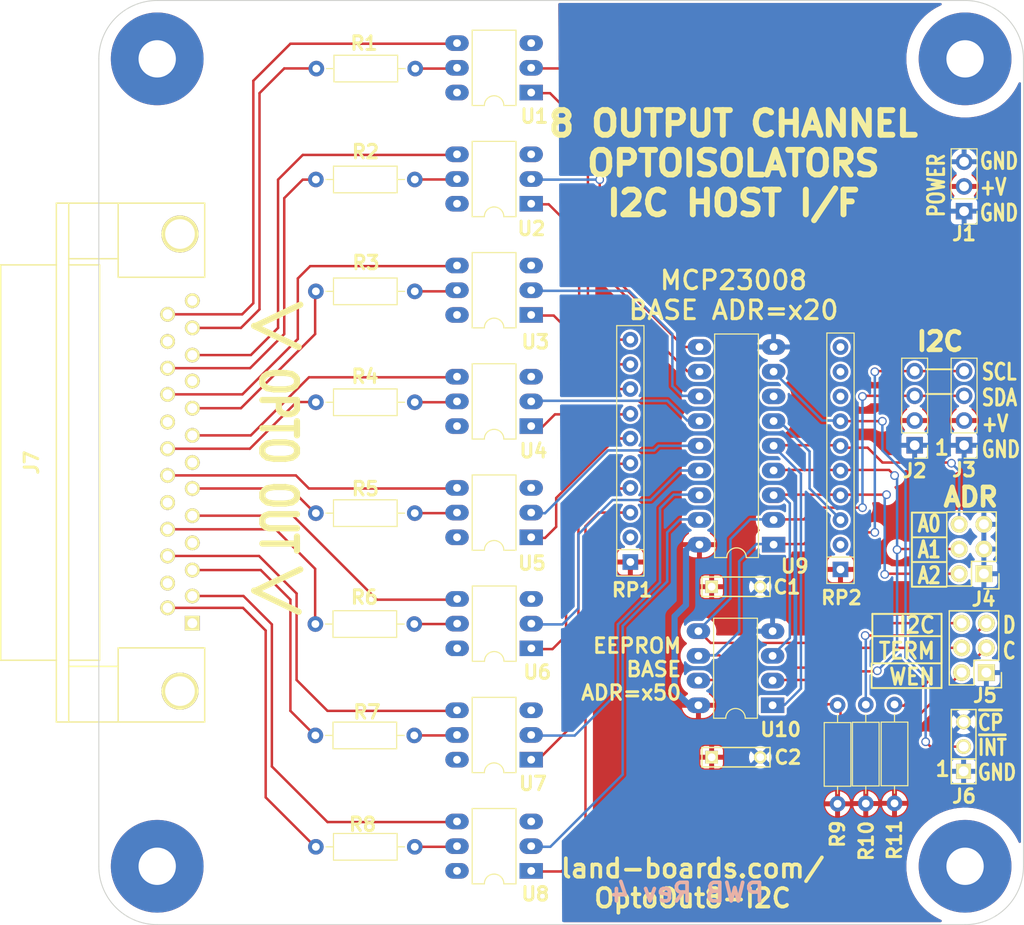
<source format=kicad_pcb>
(kicad_pcb (version 20211014) (generator pcbnew)
  (title_block (title "8-Channel Opto-Isolated Output I2C") (rev "X1") (company "land-boards.com"))
  (layers (0 "F.Cu" signal) (31 "B.Cu" signal) (36 "B.SilkS" user "B.Silkscreen") (37 "F.SilkS" user "F.Silkscreen") (38 "B.Mask" user) (39 "F.Mask" user) (44 "Edge.Cuts" user))
  (net 0 "")
  (net 1 "/A0")
  (net 2 "/A1")
  (net 3 "/A2")
  (net 4 "/SCL")
  (net 5 "/SDA")
  (net 6 "/VCC")
  (net 7 "GND")
  (net 8 "Net-(R1-Pad1)")
  (net 9 "Net-(R2-Pad1)")
  (net 10 "Net-(R3-Pad1)")
  (net 11 "Net-(R4-Pad1)")
  (net 12 "Net-(R5-Pad1)")
  (net 13 "Net-(R6-Pad1)")
  (net 14 "Net-(R7-Pad1)")
  (net 15 "Net-(R8-Pad1)")
  (net 16 "Net-(RP1-Pad3)")
  (net 17 "Net-(RP1-Pad4)")
  (net 18 "Net-(RP1-Pad5)")
  (net 19 "Net-(RP1-Pad6)")
  (net 20 "Net-(RP1-Pad7)")
  (net 21 "Net-(RP1-Pad8)")
  (net 22 "Net-(RP1-Pad9)")
  (net 23 "Net-(RP1-Pad10)")
  (net 24 "Net-(RP2-Pad3)")
  (net 25 "Net-(RP2-Pad7)")
  (net 26 "Net-(U1-Pad2)")
  (net 27 "Net-(U2-Pad2)")
  (net 28 "Net-(U3-Pad2)")
  (net 29 "Net-(U4-Pad2)")
  (net 30 "Net-(U5-Pad2)")
  (net 31 "Net-(U6-Pad2)")
  (net 32 "Net-(U7-Pad2)")
  (net 33 "Net-(U8-Pad2)")
  (net 34 "Net-(J5-Pad3)")
  (net 35 "Net-(J7-Pad2)")
  (net 36 "Net-(J7-Pad3)")
  (net 37 "Net-(J7-Pad5)")
  (net 38 "Net-(J7-Pad6)")
  (net 39 "Net-(J7-Pad8)")
  (net 40 "Net-(J7-Pad9)")
  (net 41 "Net-(J7-Pad11)")
  (net 42 "Net-(J7-Pad14)")
  (net 43 "Net-(J7-Pad16)")
  (net 44 "Net-(J7-Pad17)")
  (net 45 "Net-(J7-Pad19)")
  (net 46 "Net-(J7-Pad20)")
  (net 47 "Net-(J7-Pad22)")
  (net 48 "Net-(J7-Pad23)")
  (net 49 "Net-(J7-Pad25)")
  (net 50 "Net-(J5-Pad2)")
  (net 51 "Net-(J5-Pad5)")
  (net 56 "Net-(J7-Pad12)")
  (footprint "Resistor_THT:R_Axial_DIN0207_L6.3mm_D2.5mm_P10.16mm_Horizontal" (layer "F.Cu") (at 62.51 27 180)
    (fp_text reference "R1")
    (fp_text value "4.7K")
  )
  (footprint "Resistor_THT:R_Axial_DIN0207_L6.3mm_D2.5mm_P10.16mm_Horizontal" (layer "F.Cu") (at 62.46 38.4 180)
    (fp_text reference "R2")
    (fp_text value "4.7K")
  )
  (footprint "Resistor_THT:R_Axial_DIN0207_L6.3mm_D2.5mm_P10.16mm_Horizontal" (layer "F.Cu") (at 62.46 49.9 180)
    (fp_text reference "R3")
    (fp_text value "4.7K")
  )
  (footprint "Resistor_THT:R_Axial_DIN0207_L6.3mm_D2.5mm_P10.16mm_Horizontal" (layer "F.Cu") (at 62.46 61.3 180)
    (fp_text reference "R4")
    (fp_text value "4.7K")
  )
  (footprint "Resistor_THT:R_Axial_DIN0207_L6.3mm_D2.5mm_P10.16mm_Horizontal" (layer "F.Cu") (at 62.46 72.7 180)
    (fp_text reference "R5")
    (fp_text value "4.7K")
  )
  (footprint "Resistor_THT:R_Axial_DIN0207_L6.3mm_D2.5mm_P10.16mm_Horizontal" (layer "F.Cu") (at 62.41 84.1 180)
    (fp_text reference "R6")
    (fp_text value "4.7K")
  )
  (footprint "Resistor_THT:R_Axial_DIN0207_L6.3mm_D2.5mm_P10.16mm_Horizontal" (layer "F.Cu") (at 62.46 107 180)
    (fp_text reference "R8")
    (fp_text value "4.7K")
  )
  (footprint "Resistor_THT:R_Axial_DIN0207_L6.3mm_D2.5mm_P10.16mm_Horizontal" (layer "F.Cu") (at 62.41 95.55 180)
    (fp_text reference "R7")
    (fp_text value "4.7K")
  )
  (footprint "Package_DIP:DIP-6_W7.62mm_LongPads" (layer "F.Cu") (at 74.422 109.474 180)
    (fp_text reference "U8")
    (fp_text value "4N25")
  )
  (footprint "Package_DIP:DIP-6_W7.62mm_LongPads" (layer "F.Cu") (at 74.422 29.464 180)
    (fp_text reference "U1")
    (fp_text value "4N25")
  )
  (footprint "Package_DIP:DIP-6_W7.62mm_LongPads" (layer "F.Cu") (at 74.422 40.894 180)
    (fp_text reference "U2")
    (fp_text value "4N25")
  )
  (footprint "Package_DIP:DIP-6_W7.62mm_LongPads" (layer "F.Cu") (at 74.422 52.324 180)
    (fp_text reference "U3")
    (fp_text value "4N25")
  )
  (footprint "Package_DIP:DIP-6_W7.62mm_LongPads" (layer "F.Cu") (at 74.422 63.754 180)
    (fp_text reference "U4")
    (fp_text value "4N25")
  )
  (footprint "Package_DIP:DIP-6_W7.62mm_LongPads" (layer "F.Cu") (at 74.422 75.184 180)
    (fp_text reference "U5")
    (fp_text value "4N25")
  )
  (footprint "Package_DIP:DIP-6_W7.62mm_LongPads" (layer "F.Cu") (at 74.437 86.599 180)
    (fp_text reference "U6")
    (fp_text value "4N25")
  )
  (footprint "Package_DIP:DIP-6_W7.62mm_LongPads" (layer "F.Cu") (at 74.422 98.044 180)
    (fp_text reference "U7")
    (fp_text value "4N25")
  )
  (footprint "LandBoards_Conns:DB25FC" (layer "F.Cu") (at 38.3375 67.5 90)
    (fp_text reference "J7")
    (fp_text value "DB25-F")
  )
  (footprint "MTG-6-32" (layer "F.Cu") (at 36 26 180)
    (fp_text reference "MTG4" hide)
    (fp_text value "MTG_HOLE" hide)
  )
  (footprint "MTG-6-32" (layer "F.Cu") (at 119 26 180)
    (fp_text reference "MTG3" hide)
    (fp_text value "MTG_HOLE" hide)
  )
  (footprint "MTG-6-32" (layer "F.Cu") (at 36 109 180)
    (fp_text reference "MTG2" hide)
    (fp_text value "MTG_HOLE" hide)
  )
  (footprint "MTG-6-32" (layer "F.Cu") (at 119 109 180)
    (fp_text reference "MTG1" hide)
    (fp_text value "MTG_HOLE" hide)
  )
  (footprint "Connector_PinHeader_2.54mm:PinHeader_1x04_P2.54mm_Vertical" (layer "F.Cu") (at 118.9 65.72 180)
    (fp_text reference "J3")
    (fp_text value "HEADER, STRT, 1X4")
  )
  (footprint "Resistor_THT:R_Array_SIP10" (layer "F.Cu") (at 84.61 77.724 90)
    (fp_text reference "RP1")
    (fp_text value "330")
  )
  (footprint "Resistor_THT:R_Array_SIP10" (layer "F.Cu") (at 106.2 78.486 90)
    (fp_text reference "RP2")
    (fp_text value "4.7K")
  )
  (footprint "Connector_PinHeader_2.54mm:PinHeader_1x04_P2.54mm_Vertical" (layer "F.Cu") (at 113.82 65.72 180)
    (fp_text reference "J2")
    (fp_text value "HEADER, STRT, 1X4")
  )
  (footprint "Connector_PinHeader_2.54mm:PinHeader_1x03_P2.54mm_Vertical" (layer "F.Cu") (at 118.9 41.656 180)
    (fp_text reference "J1")
    (fp_text value "HEADER, STRT, 1X3")
  )
  (footprint "PIN_ARRAY_3X1" (layer "F.Cu") (at 118.850004 96.70001 90)
    (fp_text reference "J6")
    (fp_text value "CONN_3" hide)
  )
  (footprint "Resistor_THT:R_Axial_DIN0207_L6.3mm_D2.5mm_P10.16mm_Horizontal" (layer "F.Cu") (at 108.8 92.39 -90)
    (fp_text reference "R10")
    (fp_text value "2.2K")
  )
  (footprint "Resistor_THT:R_Axial_DIN0207_L6.3mm_D2.5mm_P10.16mm_Horizontal" (layer "F.Cu") (at 111.75 92.37 -90)
    (fp_text reference "R11")
    (fp_text value "2.2K")
  )
  (footprint "Resistor_THT:R_Axial_DIN0207_L6.3mm_D2.5mm_P10.16mm_Horizontal" (layer "F.Cu") (at 105.9 92.42 -90)
    (fp_text reference "R9")
    (fp_text value "1K")
  )
  (footprint "Pin_Headers:Pin_Header_Straight_2x03" (layer "F.Cu") (at 120.931991 78.928011 180)
    (fp_text reference "J4")
    (fp_text value "HEADER, STRT, 2X3" hide)
  )
  (footprint "Pin_Headers:Pin_Header_Straight_2x03" (layer "F.Cu") (at 121.185991 89.088011 180)
    (fp_text reference "J5")
    (fp_text value "HEADER, STRT, 2X3" hide)
  )
  (footprint "Capacitors_ThroughHole:C_Rect_L7_W2_P5" (layer "F.Cu") (at 92.964 80.264)
    (fp_text reference "C1")
    (fp_text value "C" hide)
  )
  (footprint "Capacitors_ThroughHole:C_Rect_L7_W2_P5" (layer "F.Cu") (at 92.964 97.79)
    (fp_text reference "C2")
    (fp_text value "C" hide)
  )
  (footprint "Package_DIP:DIP-18_W7.62mm_LongPads" (layer "F.Cu") (at 99.329 75.936 180)
    (fp_text reference "U9")
    (fp_text value "MCP23008P")
  )
  (footprint "Package_DIP:DIP-8_W7.62mm_LongPads" (layer "F.Cu") (at 99.225 92.45 180)
    (fp_text reference "U10")
    (fp_text value "24C01")
  )
  (gr_line (start 115.824 57.912) (end 115.062 57.912) (layer "F.SilkS") (width 0.2))
  (gr_line (start 113.538 72.644) (end 113.538 80.01) (layer "F.SilkS") (width 0.2))
  (gr_line (start 116.332 83.058) (end 116.586 83.058) (layer "F.SilkS") (width 0.2))
  (gr_line (start 116.586 85.344) (end 116.586 88.138) (layer "F.SilkS") (width 0.2))
  (gr_line (start 109.4 88.15) (end 109.4 90.678) (layer "F.SilkS") (width 0.2))
  (gr_line (start 109.728 88.138) (end 109.474 88.138) (layer "F.SilkS") (width 0.2))
  (gr_line (start 116.586 90.678) (end 112.776 90.678) (layer "F.SilkS") (width 0.2))
  (gr_line (start 113.538 75.184) (end 117.094 75.184) (layer "F.SilkS") (width 0.2))
  (gr_line (start 112.776 90.678) (end 109.5 90.678) (layer "F.SilkS") (width 0.2))
  (gr_line (start 116.586 83.058) (end 116.586 90.424) (layer "F.SilkS") (width 0.2))
  (gr_line (start 109.474 85.344) (end 116.586 85.344) (layer "F.SilkS") (width 0.2))
  (gr_line (start 116.586 88.138) (end 109.728 88.138) (layer "F.SilkS") (width 0.2))
  (gr_line (start 109.474 83.058) (end 109.474 85.344) (layer "F.SilkS") (width 0.2))
  (gr_line (start 109.474 88.138) (end 109.474 85.344) (layer "F.SilkS") (width 0.2))
  (gr_line (start 113.538 80.264) (end 117.094 80.264) (layer "F.SilkS") (width 0.2))
  (gr_line (start 117.094 72.644) (end 113.538 72.644) (layer "F.SilkS") (width 0.2))
  (gr_line (start 113.538 80.01) (end 113.538 80.264) (layer "F.SilkS") (width 0.2))
  (gr_line (start 115.57 57.912) (end 117.602 57.912) (layer "F.SilkS") (width 0.2))
  (gr_line (start 113.538 77.724) (end 117.094 77.724) (layer "F.SilkS") (width 0.2))
  (gr_line (start 116.586 90.424) (end 116.586 90.678) (layer "F.SilkS") (width 0.2))
  (gr_line (start 116.586 83.058) (end 109.474 83.058) (layer "F.SilkS") (width 0.2))
  (gr_line (start 115.062 60.452) (end 117.602 60.452) (layer "F.SilkS") (width 0.2))
  (gr_line (start 30 109) (end 30 26) (layer "Edge.Cuts") (width 0.1))
  (gr_line (start 119 115) (end 36 115) (layer "Edge.Cuts") (width 0.1))
  (gr_arc (start 119 20) (mid 123.242641 21.757359) (end 125 26) (layer "Edge.Cuts") (width 0.1))
  (gr_arc (start 30 26) (mid 31.757359 21.757359) (end 36 20) (layer "Edge.Cuts") (width 0.1))
  (gr_line (start 36 20) (end 119 20) (layer "Edge.Cuts") (width 0.1))
  (gr_arc (start 36 115) (mid 31.757359 113.242641) (end 30 109) (layer "Edge.Cuts") (width 0.1))
  (gr_line (start 125 26) (end 125 109) (layer "Edge.Cuts") (width 0.1))
  (gr_arc (start 125 109) (mid 123.242641 113.242641) (end 119 115) (layer "Edge.Cuts") (width 0.1))
  (gr_text "PWB Rev 4" (at 98.579991 111.694011) (layer "B.SilkS") (effects (font (size 1.905 1.905) (thickness 0.381)) (justify left mirror)))
  (gr_text "ADR" (at 116.55 71.05) (layer "F.SilkS") (effects (font (size 1.905 1.905) (thickness 0.47625)) (justify left)))
  (gr_text "SCL\nSDA\n+V\nGND" (at 120.551 62.164) (layer "F.SilkS") (effects (font (size 1.651 1.27) (thickness 0.3)) (justify left)))
  (gr_text "8 OUTPUT CHANNEL\nOPTOISOLATORS\nI2C HOST I/F" (at 95.2 36.75) (layer "F.SilkS") (effects (font (size 2.54 2.54) (thickness 0.6096))))
  (gr_text "D\nC" (at 122.71 85.532) (layer "F.SilkS") (effects (font (size 1.651 1.27) (thickness 0.3)) (justify left)))
  (gr_text "1" (at 116.7 99) (layer "F.SilkS") (effects (font (size 1.5 1.5) (thickness 0.3))))
  (gr_text "POWER" (at 116.05 39 90) (layer "F.SilkS") (effects (font (size 1.651 1.27) (thickness 0.3))))
  (gr_text "1" (at 116.614 65.974) (layer "F.SilkS") (effects (font (size 1.5 1.5) (thickness 0.3))))
  (gr_text "A0\nA1\nA2" (at 115.316 76.454) (layer "F.SilkS") (effects (font (size 1.651 1.27) (thickness 0.3175))))
  (gr_text "MCP23008\nBASE ADR=x20" (at 95.214491 50.3) (layer "F.SilkS") (effects (font (size 1.905 1.905) (thickness 0.32385))))
  (gr_text "GND\n+V\nGND" (at 120.3605 39.177) (layer "F.SilkS") (effects (font (size 1.651 1.27) (thickness 0.3)) (justify left)))
  (gr_text "land-boards.com/\nOptoOut8-I2C" (at 91 110.75) (layer "F.SilkS") (effects (font (size 1.905 1.905) (thickness 0.381))))
  (gr_text "I2C" (at 116.423491 55.052011) (layer "F.SilkS") (effects (font (size 1.905 1.905) (thickness 0.47625))))
  (gr_text "I2C\nTERM\nWEN" (at 116.078 86.868) (layer "F.SilkS") (effects (font (size 1.651 1.5) (thickness 0.3)) (justify right)))
  (gr_text "EEPROM\nBASE\nADR=x50" (at 90 88.75) (layer "F.SilkS") (effects (font (size 1.5 1.5) (thickness 0.3)) (justify right)))
  (gr_text "\\/ OPTO OUT \\/" (at 48.415 83.5 270) (layer "F.SilkS") (effects (font (size 3.556 2.54) (thickness 0.635)) (justify right)))
  (gr_text "~{CP}\n~{INT}\nGND" (at 120.15 96.8) (layer "F.SilkS") (effects (font (size 1.5875 1.27) (thickness 0.3)) (justify left)))
  (segment (start 110.518 67.498) (end 108.994 65.974) (width 0.254) (layer "F.Cu") (net 1))
  (segment (start 108.994 65.974) (end 106.454 65.974) (width 0.254) (layer "F.Cu") (net 1))
  (segment (start 117.602 67.564) (end 117.536 67.498) (width 0.254) (layer "F.Cu") (net 1))
  (segment (start 110.518 67.498) (end 117.536 67.498) (width 0.254) (layer "F.Cu") (net 1))
  (segment (start 99.215 65.72) (end 106.2 65.72) (width 0.254) (layer "F.Cu") (net 1))
  (via (at 117.602 67.564) (size 0.889) (drill 0.635) (layers "F.Cu" "B.Cu") (net 1))
  (segment (start 100.485 92.39) (end 102.136 90.739) (width 0.254) (layer "B.Cu") (net 1))
  (segment (start 102.136 90.739) (end 102.136 68.641) (width 0.254) (layer "B.Cu") (net 1))
  (segment (start 102.136 68.641) (end 99.215 65.72) (width 0.254) (layer "B.Cu") (net 1))
  (segment (start 118.392 68.354) (end 117.602 67.564) (width 0.254) (layer "B.Cu") (net 1))
  (segment (start 118.392 73.848) (end 118.392 68.354) (width 0.254) (layer "B.Cu") (net 1))
  (segment (start 99.215 92.39) (end 100.485 92.39) (width 0.254) (layer "B.Cu") (net 1))
  (segment (start 104.676 89.85) (end 105.565 88.961) (width 0.254) (layer "F.Cu") (net 2))
  (segment (start 109.921 88.961) (end 109.982 88.9) (width 0.254) (layer "F.Cu") (net 2))
  (segment (start 111.186 68.26) (end 111.76 68.834) (width 0.254) (layer "F.Cu") (net 2))
  (segment (start 112.08 76.388) (end 112.014 76.454) (width 0.254) (layer "F.Cu") (net 2))
  (segment (start 99.215 68.26) (end 106.2 68.26) (width 0.254) (layer "F.Cu") (net 2))
  (segment (start 105.565 88.961) (end 109.921 88.961) (width 0.254) (layer "F.Cu") (net 2))
  (segment (start 118.392 76.388) (end 112.08 76.388) (width 0.254) (layer "F.Cu") (net 2))
  (segment (start 106.2 68.26) (end 111.186 68.26) (width 0.254) (layer "F.Cu") (net 2))
  (segment (start 99.215 89.85) (end 104.676 89.85) (width 0.254) (layer "F.Cu") (net 2))
  (via (at 112.014 76.454) (size 0.889) (drill 0.635) (layers "F.Cu" "B.Cu") (net 2))
  (via (at 109.982 88.9) (size 0.889) (drill 0.635) (layers "F.Cu" "B.Cu") (net 2))
  (via (at 111.76 68.834) (size 0.889) (drill 0.635) (layers "F.Cu" "B.Cu") (net 2))
  (segment (start 111.76 68.834) (end 112.014 69.088) (width 0.254) (layer "B.Cu") (net 2))
  (segment (start 112.014 69.088) (end 112.014 76.454) (width 0.254) (layer "B.Cu") (net 2))
  (segment (start 112.014 86.868) (end 109.982 88.9) (width 0.254) (layer "B.Cu") (net 2))
  (segment (start 112.014 76.454) (end 112.014 86.868) (width 0.254) (layer "B.Cu") (net 2))
  (segment (start 110.744 78.994) (end 110.81 78.928) (width 0.254) (layer "F.Cu") (net 3))
  (segment (start 110.81 78.928) (end 118.392 78.928) (width 0.254) (layer "F.Cu") (net 3))
  (segment (start 99.215 70.8) (end 106.2 70.8) (width 0.254) (layer "F.Cu") (net 3))
  (segment (start 106.2 70.8) (end 110.932 70.8) (width 0.254) (layer "F.Cu") (net 3))
  (via (at 110.744 78.994) (size 0.889) (drill 0.635) (layers "F.Cu" "B.Cu") (net 3))
  (via (at 110.932 70.8) (size 0.889) (drill 0.635) (layers "F.Cu" "B.Cu") (net 3))
  (segment (start 100.104 70.8) (end 100.993 71.689) (width 0.254) (layer "B.Cu") (net 3))
  (segment (start 100.993 71.689) (end 100.993 85.532) (width 0.254) (layer "B.Cu") (net 3))
  (segment (start 100.993 85.532) (end 99.215 87.31) (width 0.254) (layer "B.Cu") (net 3))
  (segment (start 110.932 70.8) (end 110.744 70.988) (width 0.254) (layer "B.Cu") (net 3))
  (segment (start 110.744 70.988) (end 110.744 78.994) (width 0.254) (layer "B.Cu") (net 3))
  (segment (start 95.024 88.58) (end 93.754 87.31) (width 0.254) (layer "F.Cu") (net 4))
  (segment (start 93.754 87.31) (end 91.595 87.31) (width 0.254) (layer "F.Cu") (net 4))
  (segment (start 103.406 88.58) (end 105.438 86.548) (width 0.254) (layer "F.Cu") (net 4))
  (segment (start 109.728 58.166) (end 109.794 58.1) (width 0.254) (layer "F.Cu") (net 4))
  (segment (start 109.794 58.1) (end 113.82 58.1) (width 0.254) (layer "F.Cu") (net 4))
  (segment (start 102.428 75.88) (end 103.632 74.676) (width 0.254) (layer "F.Cu") (net 4))
  (segment (start 103.632 74.676) (end 109.728 74.676) (width 0.254) (layer "F.Cu") (net 4))
  (segment (start 113.82 58.1) (end 118.9 58.1) (width 0.254) (layer "F.Cu") (net 4))
  (segment (start 105.438 86.548) (end 118.646 86.548) (width 0.254) (layer "F.Cu") (net 4))
  (segment (start 99.215 75.88) (end 102.428 75.88) (width 0.254) (layer "F.Cu") (net 4))
  (segment (start 95.024 88.58) (end 103.406 88.58) (width 0.254) (layer "F.Cu") (net 4))
  (via (at 109.728 74.676) (size 0.889) (drill 0.635) (layers "F.Cu" "B.Cu") (net 4))
  (via (at 109.728 58.166) (size 0.889) (drill 0.635) (layers "F.Cu" "B.Cu") (net 4))
  (segment (start 93.373 87.31) (end 95.786 84.897) (width 0.254) (layer "B.Cu") (net 4))
  (segment (start 95.786 84.897) (end 95.786 77.658) (width 0.254) (layer "B.Cu") (net 4))
  (segment (start 95.786 77.658) (end 97.564 75.88) (width 0.254) (layer "B.Cu") (net 4))
  (segment (start 97.564 75.88) (end 99.215 75.88) (width 0.254) (layer "B.Cu") (net 4))
  (segment (start 109.728 74.676) (end 109.728 58.166) (width 0.254) (layer "B.Cu") (net 4))
  (segment (start 91.595 87.31) (end 93.373 87.31) (width 0.254) (layer "B.Cu") (net 4))
  (segment (start 105.057 84.008) (end 103.025 86.04) (width 0.254) (layer "F.Cu") (net 5))
  (segment (start 103.025 86.04) (end 92.865 86.04) (width 0.254) (layer "F.Cu") (net 5))
  (segment (start 92.865 86.04) (end 91.595 84.77) (width 0.254) (layer "F.Cu") (net 5))
  (segment (start 108.458 60.706) (end 108.524 60.64) (width 0.254) (layer "F.Cu") (net 5))
  (segment (start 108.524 60.64) (end 113.82 60.64) (width 0.254) (layer "F.Cu") (net 5))
  (segment (start 102.428 73.34) (end 103.632 72.136) (width 0.254) (layer "F.Cu") (net 5))
  (segment (start 103.632 72.136) (end 108.458 72.136) (width 0.254) (layer "F.Cu") (net 5))
  (segment (start 118.646 84.008) (end 105.057 84.008) (width 0.254) (layer "F.Cu") (net 5))
  (segment (start 99.215 73.34) (end 102.428 73.34) (width 0.254) (layer "F.Cu") (net 5))
  (segment (start 113.82 60.64) (end 118.9 60.64) (width 0.254) (layer "F.Cu") (net 5))
  (via (at 108.458 72.136) (size 0.889) (drill 0.635) (layers "F.Cu" "B.Cu") (net 5))
  (via (at 108.458 60.706) (size 0.889) (drill 0.635) (layers "F.Cu" "B.Cu") (net 5))
  (segment (start 94.897 81.468) (end 94.897 75.372) (width 0.254) (layer "B.Cu") (net 5))
  (segment (start 94.897 75.372) (end 96.929 73.34) (width 0.254) (layer "B.Cu") (net 5))
  (segment (start 96.929 73.34) (end 99.215 73.34) (width 0.254) (layer "B.Cu") (net 5))
  (segment (start 108.458 72.136) (end 108.458 60.706) (width 0.254) (layer "B.Cu") (net 5))
  (segment (start 91.595 84.77) (end 94.897 81.468) (width 0.254) (layer "B.Cu") (net 5))
  (segment (start 90.96 75.88) (end 90.325 76.515) (width 0.254) (layer "B.Cu") (net 6))
  (segment (start 90.325 76.515) (end 90.325 78.42) (width 0.254) (layer "B.Cu") (net 6))
  (segment (start 90.96 75.88) (end 90.325 76.515) (width 0.635) (layer "B.Cu") (net 6))
  (segment (start 90.325 76.515) (end 90.325 78.42) (width 0.635) (layer "B.Cu") (net 6))
  (segment (start 90.325 82.141) (end 89.154 83.312) (width 0.635) (layer "B.Cu") (net 6))
  (segment (start 89.154 90.932) (end 90.612 92.39) (width 0.635) (layer "B.Cu") (net 6))
  (segment (start 90.612 92.39) (end 91.595 92.39) (width 0.635) (layer "B.Cu") (net 6))
  (segment (start 89.154 83.312) (end 89.154 90.932) (width 0.635) (layer "B.Cu") (net 6))
  (segment (start 90.325 78.42) (end 90.325 82.141) (width 0.635) (layer "B.Cu") (net 6))
  (segment (start 62.51 27) (end 66.726 27) (width 0.254) (layer "F.Cu") (net 8))
  (segment (start 62.46 38.4) (end 66.756 38.4) (width 0.254) (layer "F.Cu") (net 9))
  (segment (start 62.46 49.9) (end 66.686 49.9) (width 0.254) (layer "F.Cu") (net 10))
  (segment (start 62.46 61.3) (end 66.716 61.3) (width 0.254) (layer "F.Cu") (net 11))
  (segment (start 62.46 72.7) (end 66.746 72.7) (width 0.254) (layer "F.Cu") (net 12))
  (segment (start 62.41 84.1) (end 66.776 84.1) (width 0.254) (layer "F.Cu") (net 13))
  (segment (start 62.41 95.55) (end 66.756 95.55) (width 0.254) (layer "F.Cu") (net 14))
  (segment (start 62.46 107) (end 66.736 107) (width 0.254) (layer "F.Cu") (net 15))
  (segment (start 80 74.05) (end 80 107.07) (width 0.254) (layer "F.Cu") (net 16))
  (segment (start 80 107.07) (end 77.535 109.535) (width 0.254) (layer "F.Cu") (net 16))
  (segment (start 81.406 72.644) (end 80 74.05) (width 0.254) (layer "F.Cu") (net 16))
  (segment (start 84.61 72.644) (end 81.406 72.644) (width 0.254) (layer "F.Cu") (net 16))
  (segment (start 77.535 109.535) (end 74.45 109.535) (width 0.254) (layer "F.Cu") (net 16))
  (segment (start 75.085 98.105) (end 79.276 93.914) (width 0.254) (layer "F.Cu") (net 17))
  (segment (start 79.276 73.467) (end 82.578 70.165) (width 0.254) (layer "F.Cu") (net 17))
  (segment (start 82.578 70.165) (end 84.61 70.165) (width 0.254) (layer "F.Cu") (net 17))
  (segment (start 79.276 93.914) (end 79.276 73.467) (width 0.254) (layer "F.Cu") (net 17))
  (segment (start 76.609 86.675) (end 78.006 85.278) (width 0.254) (layer "F.Cu") (net 18))
  (segment (start 78.006 72.324) (end 82.705 67.625) (width 0.254) (layer "F.Cu") (net 18))
  (segment (start 82.705 67.625) (end 84.61 67.625) (width 0.254) (layer "F.Cu") (net 18))
  (segment (start 74.45 86.675) (end 76.609 86.675) (width 0.254) (layer "F.Cu") (net 18))
  (segment (start 78.006 85.278) (end 78.006 72.324) (width 0.254) (layer "F.Cu") (net 18))
  (segment (start 75.847 75.245) (end 76.99 74.102) (width 0.254) (layer "F.Cu") (net 19))
  (segment (start 84.61 65.024) (end 83.106 65.024) (width 0.254) (layer "F.Cu") (net 19))
  (segment (start 76.99 74.102) (end 76.99 71.14) (width 0.254) (layer "F.Cu") (net 19))
  (segment (start 74.45 75.245) (end 75.847 75.245) (width 0.254) (layer "F.Cu") (net 19))
  (segment (start 83.106 65.024) (end 76.99 71.14) (width 0.254) (layer "F.Cu") (net 19))
  (segment (start 75.593 63.815) (end 76.863 62.545) (width 0.254) (layer "F.Cu") (net 20))
  (segment (start 76.863 62.545) (end 84.61 62.545) (width 0.254) (layer "F.Cu") (net 20))
  (segment (start 74.45 63.815) (end 75.593 63.815) (width 0.254) (layer "F.Cu") (net 20))
  (segment (start 76.736 52.385) (end 74.45 52.385) (width 0.254) (layer "F.Cu") (net 21))
  (segment (start 78.0505 53.6995) (end 76.736 52.385) (width 0.254) (layer "F.Cu") (net 21))
  (segment (start 84.61 59.944) (end 81.044 59.944) (width 0.254) (layer "F.Cu") (net 21))
  (segment (start 78.0505 56.9505) (end 78.0505 53.6995) (width 0.254) (layer "F.Cu") (net 21))
  (segment (start 81.044 59.944) (end 78.0505 56.9505) (width 0.254) (layer "F.Cu") (net 21))
  (segment (start 84.61 57.404) (end 80.304 57.404) (width 0.254) (layer "F.Cu") (net 22))
  (segment (start 80.304 57.404) (end 79.35 56.45) (width 0.254) (layer "F.Cu") (net 22))
  (segment (start 79.35 44.077) (end 76.228 40.955) (width 0.254) (layer "F.Cu") (net 22))
  (segment (start 79.35 56.45) (end 79.35 44.077) (width 0.254) (layer "F.Cu") (net 22))
  (segment (start 74.45 40.955) (end 76.228 40.955) (width 0.254) (layer "F.Cu") (net 22))
  (segment (start 76.355 29.525) (end 80.25 33.42) (width 0.254) (layer "F.Cu") (net 23))
  (segment (start 80.25 53.6) (end 80.25 33.42) (width 0.254) (layer "F.Cu") (net 23))
  (segment (start 84.61 54.864) (end 81.514 54.864) (width 0.254) (layer "F.Cu") (net 23))
  (segment (start 81.514 54.864) (end 80.25 53.6) (width 0.254) (layer "F.Cu") (net 23))
  (segment (start 74.45 29.525) (end 76.355 29.525) (width 0.254) (layer "F.Cu") (net 23))
  (segment (start 103.025 70.165) (end 103.025 66.355) (width 0.254) (layer "B.Cu") (net 24))
  (segment (start 103.025 66.355) (end 99.85 63.18) (width 0.254) (layer "B.Cu") (net 24))
  (segment (start 106.2 73.34) (end 103.025 70.165) (width 0.254) (layer "B.Cu") (net 24))
  (segment (start 110.4982 63.246) (end 110.5022 63.25) (width 0.254) (layer "F.Cu") (net 25))
  (segment (start 106.2 63.246) (end 110.4982 63.246) (width 0.254) (layer "F.Cu") (net 25))
  (segment (start 118.85 96.7) (end 115.45 96.7) (width 0.254) (layer "F.Cu") (net 25))
  (segment (start 115.45 96.7) (end 114.95 96.2) (width 0.254) (layer "F.Cu") (net 25))
  (via (at 110.5022 63.25) (size 0.889) (drill 0.635) (layers "F.Cu" "B.Cu") (net 25))
  (via (at 114.95 96.2) (size 0.889) (drill 0.635) (layers "F.Cu" "B.Cu") (net 25))
  (segment (start 99.248 58.1) (end 104.328 63.18) (width 0.254) (layer "B.Cu") (net 25))
  (segment (start 104.328 63.18) (end 106.2 63.18) (width 0.254) (layer "B.Cu") (net 25))
  (segment (start 112.879711 87.529711) (end 114.95 89.6) (width 0.254) (layer "B.Cu") (net 25))
  (segment (start 110.5022 63.25) (end 110.5022 66.2522) (width 0.254) (layer "B.Cu") (net 25))
  (segment (start 114.95 89.6) (end 114.95 96.2) (width 0.254) (layer "B.Cu") (net 25))
  (segment (start 112.879711 68.629711) (end 112.879711 87.529711) (width 0.254) (layer "B.Cu") (net 25))
  (segment (start 110.5022 66.2522) (end 112.879711 68.629711) (width 0.254) (layer "B.Cu") (net 25))
  (segment (start 77.335 26.985) (end 82.9 32.55) (width 0.254) (layer "F.Cu") (net 26))
  (segment (start 82.9 32.55) (end 82.9 48.4) (width 0.254) (layer "F.Cu") (net 26))
  (segment (start 91.709 55.616) (end 90.116 55.616) (width 0.254) (layer "F.Cu") (net 26))
  (segment (start 90.116 55.616) (end 82.9 48.4) (width 0.254) (layer "F.Cu") (net 26))
  (segment (start 74.45 26.985) (end 77.335 26.985) (width 0.254) (layer "F.Cu") (net 26))
  (segment (start 90.452 58.1) (end 88.166 55.814) (width 0.254) (layer "F.Cu") (net 27))
  (segment (start 91.595 58.1) (end 90.452 58.1) (width 0.254) (layer "F.Cu") (net 27))
  (segment (start 88.166 55.814) (end 88.166 54.434) (width 0.254) (layer "F.Cu") (net 27))
  (segment (start 81.465 47.733) (end 88.166 54.434) (width 0.254) (layer "F.Cu") (net 27))
  (segment (start 81.465 38.415) (end 81.465 47.733) (width 0.254) (layer "F.Cu") (net 27))
  (via (at 81.465 38.415) (size 0.889) (drill 0.635) (layers "F.Cu" "B.Cu") (net 27))
  (segment (start 81.465 38.415) (end 74.45 38.415) (width 0.254) (layer "B.Cu") (net 27))
  (segment (start 89.944 60.64) (end 88.928 59.624) (width 0.254) (layer "B.Cu") (net 28))
  (segment (start 88.928 59.624) (end 88.928 54.29) (width 0.254) (layer "B.Cu") (net 28))
  (segment (start 84.483 49.845) (end 88.928 54.29) (width 0.254) (layer "B.Cu") (net 28))
  (segment (start 91.595 60.64) (end 89.944 60.64) (width 0.254) (layer "B.Cu") (net 28))
  (segment (start 74.45 49.845) (end 84.483 49.845) (width 0.254) (layer "B.Cu") (net 28))
  (segment (start 90.452 63.18) (end 88.42 61.148) (width 0.254) (layer "B.Cu") (net 29))
  (segment (start 88.42 61.148) (end 74.577 61.148) (width 0.254) (layer "B.Cu") (net 29))
  (segment (start 91.595 63.18) (end 90.452 63.18) (width 0.254) (layer "B.Cu") (net 29))
  (segment (start 87.05 66.25) (end 82.302 66.25) (width 0.254) (layer "B.Cu") (net 30))
  (segment (start 82.302 66.25) (end 75.847 72.705) (width 0.254) (layer "B.Cu") (net 30))
  (segment (start 87.524 65.776) (end 87.05 66.25) (width 0.254) (layer "B.Cu") (net 30))
  (segment (start 91.709 65.776) (end 87.524 65.776) (width 0.254) (layer "B.Cu") (net 30))
  (segment (start 75.847 72.705) (end 74.45 72.705) (width 0.254) (layer "B.Cu") (net 30))
  (segment (start 79.276 74.864) (end 79.276 82.484) (width 0.254) (layer "B.Cu") (net 31))
  (segment (start 82.79 71.35) (end 79.276 74.864) (width 0.254) (layer "B.Cu") (net 31))
  (segment (start 79.276 82.484) (end 77.625 84.135) (width 0.254) (layer "B.Cu") (net 31))
  (segment (start 89.734 68.316) (end 86.7 71.35) (width 0.254) (layer "B.Cu") (net 31))
  (segment (start 91.709 68.316) (end 89.734 68.316) (width 0.254) (layer "B.Cu") (net 31))
  (segment (start 86.7 71.35) (end 82.79 71.35) (width 0.254) (layer "B.Cu") (net 31))
  (segment (start 77.625 84.135) (end 74.45 84.135) (width 0.254) (layer "B.Cu") (net 31))
  (segment (start 78.895 95.565) (end 83.34 91.12) (width 0.254) (layer "B.Cu") (net 32))
  (segment (start 83.34 91.12) (end 83.34 84.135) (width 0.254) (layer "B.Cu") (net 32))
  (segment (start 83.34 84.135) (end 87.658 79.817) (width 0.254) (layer "B.Cu") (net 32))
  (segment (start 87.658 72.197) (end 89.055 70.8) (width 0.254) (layer "B.Cu") (net 32))
  (segment (start 89.055 70.8) (end 91.595 70.8) (width 0.254) (layer "B.Cu") (net 32))
  (segment (start 74.45 95.565) (end 78.895 95.565) (width 0.254) (layer "B.Cu") (net 32))
  (segment (start 87.658 79.817) (end 87.658 72.197) (width 0.254) (layer "B.Cu") (net 32))
  (segment (start 89.728 73.34) (end 88.392 74.676) (width 0.254) (layer "B.Cu") (net 33))
  (segment (start 88.392 74.676) (end 88.392 79.729582) (width 0.254) (layer "B.Cu") (net 33))
  (segment (start 88.392 79.729582) (end 83.82 84.301582) (width 0.254) (layer "B.Cu") (net 33))
  (segment (start 83.82 84.301582) (end 83.82 99.568) (width 0.254) (layer "B.Cu") (net 33))
  (segment (start 83.82 99.568) (end 76.393 106.995) (width 0.254) (layer "B.Cu") (net 33))
  (segment (start 74.45 106.995) (end 76.393 106.995) (width 0.254) (layer "B.Cu") (net 33))
  (segment (start 91.595 73.34) (end 89.728 73.34) (width 0.254) (layer "B.Cu") (net 33))
  (segment (start 117.376 87.818) (end 119.916 87.818) (width 0.254) (layer "F.Cu") (net 34))
  (segment (start 119.916 87.818) (end 121.186 86.548) (width 0.254) (layer "F.Cu") (net 34))
  (segment (start 112.704 92.49) (end 111.55 92.49) (width 0.254) (layer "F.Cu") (net 34))
  (segment (start 112.704 92.49) (end 117.376 87.818) (width 0.254) (layer "F.Cu") (net 34))
  (segment (start 44.861 81.216) (end 39.6075 81.216) (width 0.254) (layer "F.Cu") (net 35))
  (segment (start 47.78 98.74) (end 47.78 84.135) (width 0.254) (layer "F.Cu") (net 35))
  (segment (start 66.83 104.455) (end 53.495 104.455) (width 0.254) (layer "F.Cu") (net 35))
  (segment (start 53.495 104.455) (end 47.78 98.74) (width 0.254) (layer "F.Cu") (net 35))
  (segment (start 47.78 84.135) (end 44.861 81.216) (width 0.254) (layer "F.Cu") (net 35))
  (segment (start 52.225 95.565) (end 49.685 93.025) (width 0.254) (layer "F.Cu") (net 36))
  (segment (start 49.685 93.025) (end 49.685 81.595) (width 0.254) (layer "F.Cu") (net 36))
  (segment (start 49.685 81.595) (end 46.639 78.549) (width 0.254) (layer "F.Cu") (net 36))
  (segment (start 46.639 78.549) (end 39.6075 78.549) (width 0.254) (layer "F.Cu") (net 36))
  (segment (start 66.83 81.595) (end 58.575 81.595) (width 0.254) (layer "F.Cu") (net 37))
  (segment (start 58.575 81.595) (end 49.941 72.961) (width 0.254) (layer "F.Cu") (net 37))
  (segment (start 49.941 72.961) (end 39.6075 72.961) (width 0.254) (layer "F.Cu") (net 37))
  (segment (start 49.687 70.167) (end 39.6075 70.167) (width 0.254) (layer "F.Cu") (net 38))
  (segment (start 52.225 72.705) (end 49.687 70.167) (width 0.254) (layer "F.Cu") (net 38))
  (segment (start 66.83 58.735) (end 51.59 58.735) (width 0.254) (layer "F.Cu") (net 39))
  (segment (start 45.619 64.706) (end 39.6075 64.706) (width 0.254) (layer "F.Cu") (net 39))
  (segment (start 51.59 58.735) (end 45.619 64.706) (width 0.254) (layer "F.Cu") (net 39))
  (segment (start 52.225 54.29) (end 44.603 61.912) (width 0.254) (layer "F.Cu") (net 40))
  (segment (start 52.225 49.845) (end 52.225 54.29) (width 0.254) (layer "F.Cu") (net 40))
  (segment (start 44.603 61.912) (end 39.6075 61.912) (width 0.254) (layer "F.Cu") (net 40))
  (segment (start 48.415 53.655) (end 45.619 56.451) (width 0.254) (layer "F.Cu") (net 41))
  (segment (start 45.619 56.451) (end 39.6075 56.451) (width 0.254) (layer "F.Cu") (net 41))
  (segment (start 48.415 38.415) (end 48.415 53.655) (width 0.254) (layer "F.Cu") (net 41))
  (segment (start 50.955 35.875) (end 48.415 38.415) (width 0.254) (layer "F.Cu") (net 41))
  (segment (start 66.83 35.875) (end 50.955 35.875) (width 0.254) (layer "F.Cu") (net 41))
  (segment (start 44.8102 82.4352) (end 37.0675 82.4352) (width 0.254) (layer "F.Cu") (net 42))
  (segment (start 47.145 101.915) (end 47.145 84.77) (width 0.254) (layer "F.Cu") (net 42))
  (segment (start 47.145 84.77) (end 44.8102 82.4352) (width 0.254) (layer "F.Cu") (net 42))
  (segment (start 52.225 106.995) (end 47.145 101.915) (width 0.254) (layer "F.Cu") (net 42))
  (segment (start 53.495 93.025) (end 50.32 89.85) (width 0.254) (layer "F.Cu") (net 43))
  (segment (start 50.32 80.96) (end 46.4612 77.1012) (width 0.254) (layer "F.Cu") (net 43))
  (segment (start 66.83 93.025) (end 53.495 93.025) (width 0.254) (layer "F.Cu") (net 43))
  (segment (start 50.32 89.85) (end 50.32 80.96) (width 0.254) (layer "F.Cu") (net 43))
  (segment (start 46.4612 77.1012) (end 37.0675 77.1012) (width 0.254) (layer "F.Cu") (net 43))
  (segment (start 48.163 74.358) (end 37.0675 74.358) (width 0.254) (layer "F.Cu") (net 44))
  (segment (start 52.225 84.135) (end 52.225 78.42) (width 0.254) (layer "F.Cu") (net 44))
  (segment (start 52.225 78.42) (end 48.163 74.358) (width 0.254) (layer "F.Cu") (net 44))
  (segment (start 50.2458 68.8208) (end 37.0675 68.8208) (width 0.254) (layer "F.Cu") (net 45))
  (segment (start 51.59 70.165) (end 50.2458 68.8208) (width 0.254) (layer "F.Cu") (net 45))
  (segment (start 66.83 70.165) (end 51.59 70.165) (width 0.254) (layer "F.Cu") (net 45))
  (segment (start 50.32 61.275) (end 45.5174 66.0776) (width 0.254) (layer "F.Cu") (net 46))
  (segment (start 52.225 61.275) (end 50.32 61.275) (width 0.254) (layer "F.Cu") (net 46))
  (segment (start 45.5174 66.0776) (end 37.0675 66.0776) (width 0.254) (layer "F.Cu") (net 46))
  (segment (start 66.83 47.305) (end 51.717 47.305) (width 0.254) (layer "F.Cu") (net 47))
  (segment (start 50.447 48.575) (end 50.447 54.798) (width 0.254) (layer "F.Cu") (net 47))
  (segment (start 44.7554 60.4896) (end 37.0675 60.4896) (width 0.254) (layer "F.Cu") (net 47))
  (segment (start 51.717 47.305) (end 50.447 48.575) (width 0.254) (layer "F.Cu") (net 47))
  (segment (start 50.447 54.798) (end 44.7554 60.4896) (width 0.254) (layer "F.Cu") (net 47))
  (segment (start 52.86 38.415) (end 50.955 38.415) (width 0.254) (layer "F.Cu") (net 48))
  (segment (start 49.05 54.29) (end 45.5428 57.7972) (width 0.254) (layer "F.Cu") (net 48))
  (segment (start 50.955 38.415) (end 49.05 40.32) (width 0.254) (layer "F.Cu") (net 48))
  (segment (start 49.05 40.32) (end 49.05 54.29) (width 0.254) (layer "F.Cu") (net 48))
  (segment (start 45.5428 57.7972) (end 37.0675 57.7972) (width 0.254) (layer "F.Cu") (net 48))
  (segment (start 49.685 24.445) (end 45.875 28.255) (width 0.254) (layer "F.Cu") (net 49))
  (segment (start 44.73 52.26) (end 37.0675 52.26) (width 0.254) (layer "F.Cu") (net 49))
  (segment (start 45.875 28.255) (end 45.875 51.115) (width 0.254) (layer "F.Cu") (net 49))
  (segment (start 66.83 24.445) (end 49.685 24.445) (width 0.254) (layer "F.Cu") (net 49))
  (segment (start 45.875 51.115) (end 44.73 52.26) (width 0.254) (layer "F.Cu") (net 49))
  (segment (start 93.152 89.85) (end 97.597 94.295) (width 0.254) (layer "F.Cu") (net 50))
  (segment (start 97.597 94.295) (end 102.898 94.295) (width 0.254) (layer "F.Cu") (net 50))
  (segment (start 106.2 92.34) (end 104.853 92.34) (width 0.254) (layer "F.Cu") (net 50))
  (segment (start 118.646 89.088) (end 113.384 94.35) (width 0.254) (layer "F.Cu") (net 50))
  (segment (start 113.384 94.35) (end 106.7 94.35) (width 0.254) (layer "F.Cu") (net 50))
  (segment (start 102.898 94.295) (end 104.853 92.34) (width 0.254) (layer "F.Cu") (net 50))
  (segment (start 106.2 93.85) (end 106.2 92.34) (width 0.254) (layer "F.Cu") (net 50))
  (segment (start 106.7 94.35) (end 106.2 93.85) (width 0.254) (layer "F.Cu") (net 50))
  (segment (start 91.595 89.85) (end 93.152 89.85) (width 0.254) (layer "F.Cu") (net 50))
  (segment (start 119.916 85.278) (end 121.186 84.008) (width 0.254) (layer "F.Cu") (net 51))
  (segment (start 108.74 85.278) (end 119.916 85.278) (width 0.254) (layer "F.Cu") (net 51))
  (via (at 108.74 85.278) (size 0.889) (drill 0.635) (layers "F.Cu" "B.Cu") (net 51))
  (segment (start 108.74 85.278) (end 108.8 85.338) (width 0.254) (layer "B.Cu") (net 51))
  (segment (start 108.8 85.338) (end 108.8 92.39) (width 0.254) (layer "B.Cu") (net 51))
  (segment (start 44.603 53.657) (end 46.51 51.75) (width 0.254) (layer "F.Cu") (net 56))
  (segment (start 46.51 51.75) (end 46.51 29.525) (width 0.254) (layer "F.Cu") (net 56))
  (segment (start 46.51 29.525) (end 49.05 26.985) (width 0.254) (layer "F.Cu") (net 56))
  (segment (start 49.05 26.985) (end 52.225 26.985) (width 0.254) (layer "F.Cu") (net 56))
  (segment (start 44.603 53.657) (end 39.6075 53.657) (width 0.254) (layer "F.Cu") (net 56))
  (zone (net 6) (net_name "/VCC") (layer "F.Cu") (connect_pads (clearance 0.254)) (min_thickness 0.254) (fill yes (thermal_gap 0.508) (thermal_bridge_width 0.508))
    (polygon (pts (xy 125 26.05) (xy 124.95 107.3) (xy 119.05 114.95) (xy 77.7 115.05) (xy 77.2 20) (xy 119 20)))
  )
  (zone (net 7) (net_name "GND") (layer "B.Cu") (connect_pads (clearance 0.254)) (min_thickness 0.254) (fill yes (thermal_gap 0.508) (thermal_bridge_width 0.508))
    (polygon (pts (xy 124.968 26.162) (xy 118.872 20.066) (xy 77.216 20.066) (xy 77.6 114.95) (xy 119.126 114.808) (xy 124.968 107.188)))
  )
)
</source>
